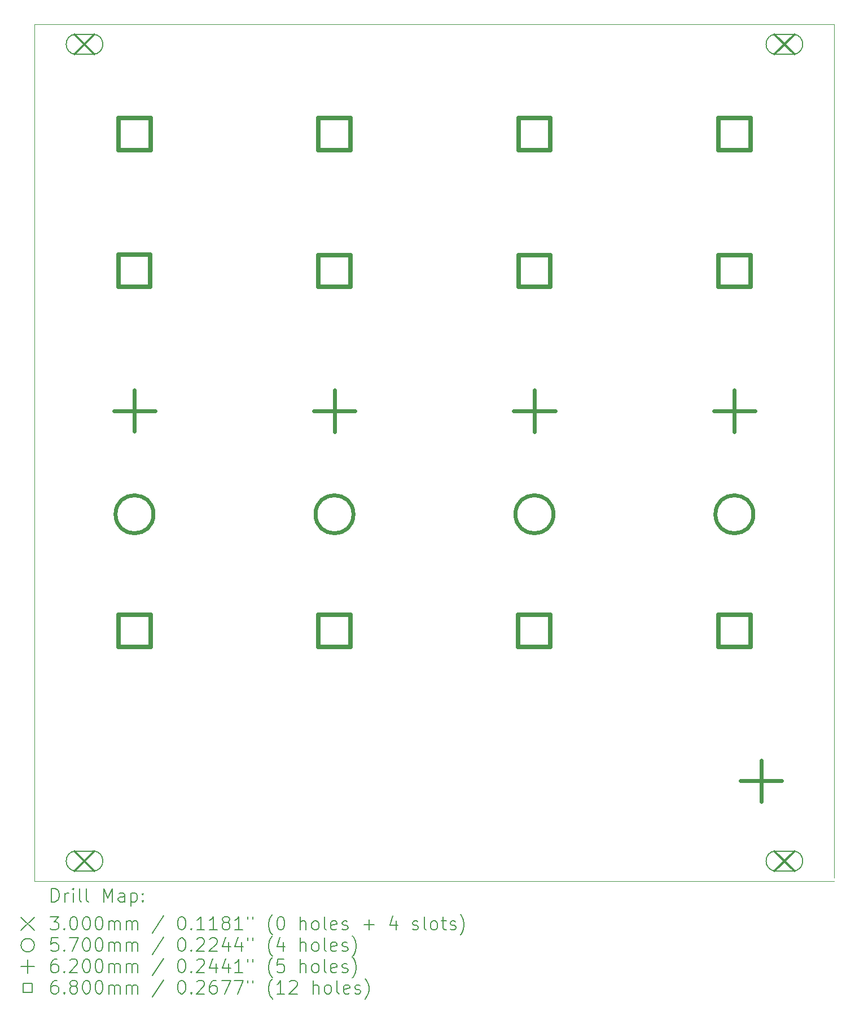
<source format=gbr>
%FSLAX45Y45*%
G04 Gerber Fmt 4.5, Leading zero omitted, Abs format (unit mm)*
G04 Created by KiCad (PCBNEW (6.0.6)) date 2022-11-24 12:55:10*
%MOMM*%
%LPD*%
G01*
G04 APERTURE LIST*
%TA.AperFunction,Profile*%
%ADD10C,0.050000*%
%TD*%
%ADD11C,0.200000*%
%ADD12C,0.300000*%
%ADD13C,0.570000*%
%ADD14C,0.620000*%
%ADD15C,0.680000*%
G04 APERTURE END LIST*
D10*
X3600000Y-3600000D02*
X3600000Y-16450000D01*
X3600000Y-3600000D02*
X15600000Y-3600000D01*
X15600000Y-3600000D02*
X15600000Y-16400000D01*
X15600000Y-16450000D02*
X3600000Y-16450000D01*
D11*
D12*
X4200000Y-3750000D02*
X4500000Y-4050000D01*
X4500000Y-3750000D02*
X4200000Y-4050000D01*
D11*
X4225000Y-4050000D02*
X4475000Y-4050000D01*
X4225000Y-3750000D02*
X4475000Y-3750000D01*
X4475000Y-4050000D02*
G75*
G03*
X4475000Y-3750000I0J150000D01*
G01*
X4225000Y-3750000D02*
G75*
G03*
X4225000Y-4050000I0J-150000D01*
G01*
D12*
X4200000Y-16000000D02*
X4500000Y-16300000D01*
X4500000Y-16000000D02*
X4200000Y-16300000D01*
D11*
X4225000Y-16300000D02*
X4475000Y-16300000D01*
X4225000Y-16000000D02*
X4475000Y-16000000D01*
X4475000Y-16300000D02*
G75*
G03*
X4475000Y-16000000I0J150000D01*
G01*
X4225000Y-16000000D02*
G75*
G03*
X4225000Y-16300000I0J-150000D01*
G01*
D12*
X14700000Y-3750000D02*
X15000000Y-4050000D01*
X15000000Y-3750000D02*
X14700000Y-4050000D01*
D11*
X14725000Y-4050000D02*
X14975000Y-4050000D01*
X14725000Y-3750000D02*
X14975000Y-3750000D01*
X14975000Y-4050000D02*
G75*
G03*
X14975000Y-3750000I0J150000D01*
G01*
X14725000Y-3750000D02*
G75*
G03*
X14725000Y-4050000I0J-150000D01*
G01*
D12*
X14700000Y-16000000D02*
X15000000Y-16300000D01*
X15000000Y-16000000D02*
X14700000Y-16300000D01*
D11*
X14725000Y-16300000D02*
X14975000Y-16300000D01*
X14725000Y-16000000D02*
X14975000Y-16000000D01*
X14975000Y-16300000D02*
G75*
G03*
X14975000Y-16000000I0J150000D01*
G01*
X14725000Y-16000000D02*
G75*
G03*
X14725000Y-16300000I0J-150000D01*
G01*
D13*
X5385000Y-10950000D02*
G75*
G03*
X5385000Y-10950000I-285000J0D01*
G01*
X8385000Y-10950000D02*
G75*
G03*
X8385000Y-10950000I-285000J0D01*
G01*
X11385000Y-10950000D02*
G75*
G03*
X11385000Y-10950000I-285000J0D01*
G01*
X14385000Y-10950000D02*
G75*
G03*
X14385000Y-10950000I-285000J0D01*
G01*
D14*
X5099159Y-9088890D02*
X5099159Y-9708890D01*
X4789159Y-9398890D02*
X5409159Y-9398890D01*
X8098923Y-9089293D02*
X8098923Y-9709293D01*
X7788923Y-9399293D02*
X8408923Y-9399293D01*
X11100000Y-9090000D02*
X11100000Y-9710000D01*
X10790000Y-9400000D02*
X11410000Y-9400000D01*
X14100000Y-9090000D02*
X14100000Y-9710000D01*
X13790000Y-9400000D02*
X14410000Y-9400000D01*
X14500000Y-14639764D02*
X14500000Y-15259764D01*
X14190000Y-14949764D02*
X14810000Y-14949764D01*
D15*
X5338264Y-7537659D02*
X5338264Y-7056822D01*
X4857427Y-7056822D01*
X4857427Y-7537659D01*
X5338264Y-7537659D01*
X5338871Y-5490250D02*
X5338871Y-5009412D01*
X4858034Y-5009412D01*
X4858034Y-5490250D01*
X5338871Y-5490250D01*
X5340419Y-12940419D02*
X5340419Y-12459581D01*
X4859581Y-12459581D01*
X4859581Y-12940419D01*
X5340419Y-12940419D01*
X8339882Y-7540318D02*
X8339882Y-7059480D01*
X7859045Y-7059480D01*
X7859045Y-7540318D01*
X8339882Y-7540318D01*
X8339925Y-12940049D02*
X8339925Y-12459211D01*
X7859088Y-12459211D01*
X7859088Y-12940049D01*
X8339925Y-12940049D01*
X8340351Y-5489510D02*
X8340351Y-5008673D01*
X7859514Y-5008673D01*
X7859514Y-5489510D01*
X8340351Y-5489510D01*
X11339443Y-12940082D02*
X11339443Y-12459245D01*
X10858606Y-12459245D01*
X10858606Y-12940082D01*
X11339443Y-12940082D01*
X11339679Y-5490284D02*
X11339679Y-5009447D01*
X10858842Y-5009447D01*
X10858842Y-5490284D01*
X11339679Y-5490284D01*
X11340216Y-7540049D02*
X11340216Y-7059211D01*
X10859379Y-7059211D01*
X10859379Y-7540049D01*
X11340216Y-7540049D01*
X14338936Y-12940318D02*
X14338936Y-12459480D01*
X13858099Y-12459480D01*
X13858099Y-12940318D01*
X14338936Y-12940318D01*
X14339072Y-5490217D02*
X14339072Y-5009380D01*
X13858235Y-5009380D01*
X13858235Y-5490217D01*
X14339072Y-5490217D01*
X14340295Y-7540172D02*
X14340295Y-7059335D01*
X13859458Y-7059335D01*
X13859458Y-7540172D01*
X14340295Y-7540172D01*
D11*
X3855119Y-16762976D02*
X3855119Y-16562976D01*
X3902738Y-16562976D01*
X3931309Y-16572500D01*
X3950357Y-16591548D01*
X3959881Y-16610595D01*
X3969405Y-16648690D01*
X3969405Y-16677262D01*
X3959881Y-16715357D01*
X3950357Y-16734405D01*
X3931309Y-16753452D01*
X3902738Y-16762976D01*
X3855119Y-16762976D01*
X4055119Y-16762976D02*
X4055119Y-16629643D01*
X4055119Y-16667738D02*
X4064643Y-16648690D01*
X4074167Y-16639167D01*
X4093214Y-16629643D01*
X4112262Y-16629643D01*
X4178928Y-16762976D02*
X4178928Y-16629643D01*
X4178928Y-16562976D02*
X4169405Y-16572500D01*
X4178928Y-16582024D01*
X4188452Y-16572500D01*
X4178928Y-16562976D01*
X4178928Y-16582024D01*
X4302738Y-16762976D02*
X4283690Y-16753452D01*
X4274167Y-16734405D01*
X4274167Y-16562976D01*
X4407500Y-16762976D02*
X4388452Y-16753452D01*
X4378929Y-16734405D01*
X4378929Y-16562976D01*
X4636071Y-16762976D02*
X4636071Y-16562976D01*
X4702738Y-16705833D01*
X4769405Y-16562976D01*
X4769405Y-16762976D01*
X4950357Y-16762976D02*
X4950357Y-16658214D01*
X4940833Y-16639167D01*
X4921786Y-16629643D01*
X4883690Y-16629643D01*
X4864643Y-16639167D01*
X4950357Y-16753452D02*
X4931310Y-16762976D01*
X4883690Y-16762976D01*
X4864643Y-16753452D01*
X4855119Y-16734405D01*
X4855119Y-16715357D01*
X4864643Y-16696309D01*
X4883690Y-16686786D01*
X4931310Y-16686786D01*
X4950357Y-16677262D01*
X5045595Y-16629643D02*
X5045595Y-16829643D01*
X5045595Y-16639167D02*
X5064643Y-16629643D01*
X5102738Y-16629643D01*
X5121786Y-16639167D01*
X5131310Y-16648690D01*
X5140833Y-16667738D01*
X5140833Y-16724881D01*
X5131310Y-16743928D01*
X5121786Y-16753452D01*
X5102738Y-16762976D01*
X5064643Y-16762976D01*
X5045595Y-16753452D01*
X5226548Y-16743928D02*
X5236071Y-16753452D01*
X5226548Y-16762976D01*
X5217024Y-16753452D01*
X5226548Y-16743928D01*
X5226548Y-16762976D01*
X5226548Y-16639167D02*
X5236071Y-16648690D01*
X5226548Y-16658214D01*
X5217024Y-16648690D01*
X5226548Y-16639167D01*
X5226548Y-16658214D01*
X3397500Y-16992500D02*
X3597500Y-17192500D01*
X3597500Y-16992500D02*
X3397500Y-17192500D01*
X3836071Y-16982976D02*
X3959881Y-16982976D01*
X3893214Y-17059167D01*
X3921786Y-17059167D01*
X3940833Y-17068690D01*
X3950357Y-17078214D01*
X3959881Y-17097262D01*
X3959881Y-17144881D01*
X3950357Y-17163929D01*
X3940833Y-17173452D01*
X3921786Y-17182976D01*
X3864643Y-17182976D01*
X3845595Y-17173452D01*
X3836071Y-17163929D01*
X4045595Y-17163929D02*
X4055119Y-17173452D01*
X4045595Y-17182976D01*
X4036071Y-17173452D01*
X4045595Y-17163929D01*
X4045595Y-17182976D01*
X4178928Y-16982976D02*
X4197976Y-16982976D01*
X4217024Y-16992500D01*
X4226548Y-17002024D01*
X4236071Y-17021071D01*
X4245595Y-17059167D01*
X4245595Y-17106786D01*
X4236071Y-17144881D01*
X4226548Y-17163929D01*
X4217024Y-17173452D01*
X4197976Y-17182976D01*
X4178928Y-17182976D01*
X4159881Y-17173452D01*
X4150357Y-17163929D01*
X4140833Y-17144881D01*
X4131309Y-17106786D01*
X4131309Y-17059167D01*
X4140833Y-17021071D01*
X4150357Y-17002024D01*
X4159881Y-16992500D01*
X4178928Y-16982976D01*
X4369405Y-16982976D02*
X4388452Y-16982976D01*
X4407500Y-16992500D01*
X4417024Y-17002024D01*
X4426548Y-17021071D01*
X4436071Y-17059167D01*
X4436071Y-17106786D01*
X4426548Y-17144881D01*
X4417024Y-17163929D01*
X4407500Y-17173452D01*
X4388452Y-17182976D01*
X4369405Y-17182976D01*
X4350357Y-17173452D01*
X4340833Y-17163929D01*
X4331310Y-17144881D01*
X4321786Y-17106786D01*
X4321786Y-17059167D01*
X4331310Y-17021071D01*
X4340833Y-17002024D01*
X4350357Y-16992500D01*
X4369405Y-16982976D01*
X4559881Y-16982976D02*
X4578929Y-16982976D01*
X4597976Y-16992500D01*
X4607500Y-17002024D01*
X4617024Y-17021071D01*
X4626548Y-17059167D01*
X4626548Y-17106786D01*
X4617024Y-17144881D01*
X4607500Y-17163929D01*
X4597976Y-17173452D01*
X4578929Y-17182976D01*
X4559881Y-17182976D01*
X4540833Y-17173452D01*
X4531310Y-17163929D01*
X4521786Y-17144881D01*
X4512262Y-17106786D01*
X4512262Y-17059167D01*
X4521786Y-17021071D01*
X4531310Y-17002024D01*
X4540833Y-16992500D01*
X4559881Y-16982976D01*
X4712262Y-17182976D02*
X4712262Y-17049643D01*
X4712262Y-17068690D02*
X4721786Y-17059167D01*
X4740833Y-17049643D01*
X4769405Y-17049643D01*
X4788452Y-17059167D01*
X4797976Y-17078214D01*
X4797976Y-17182976D01*
X4797976Y-17078214D02*
X4807500Y-17059167D01*
X4826548Y-17049643D01*
X4855119Y-17049643D01*
X4874167Y-17059167D01*
X4883690Y-17078214D01*
X4883690Y-17182976D01*
X4978929Y-17182976D02*
X4978929Y-17049643D01*
X4978929Y-17068690D02*
X4988452Y-17059167D01*
X5007500Y-17049643D01*
X5036071Y-17049643D01*
X5055119Y-17059167D01*
X5064643Y-17078214D01*
X5064643Y-17182976D01*
X5064643Y-17078214D02*
X5074167Y-17059167D01*
X5093214Y-17049643D01*
X5121786Y-17049643D01*
X5140833Y-17059167D01*
X5150357Y-17078214D01*
X5150357Y-17182976D01*
X5540833Y-16973452D02*
X5369405Y-17230595D01*
X5797976Y-16982976D02*
X5817024Y-16982976D01*
X5836071Y-16992500D01*
X5845595Y-17002024D01*
X5855119Y-17021071D01*
X5864643Y-17059167D01*
X5864643Y-17106786D01*
X5855119Y-17144881D01*
X5845595Y-17163929D01*
X5836071Y-17173452D01*
X5817024Y-17182976D01*
X5797976Y-17182976D01*
X5778928Y-17173452D01*
X5769405Y-17163929D01*
X5759881Y-17144881D01*
X5750357Y-17106786D01*
X5750357Y-17059167D01*
X5759881Y-17021071D01*
X5769405Y-17002024D01*
X5778928Y-16992500D01*
X5797976Y-16982976D01*
X5950357Y-17163929D02*
X5959881Y-17173452D01*
X5950357Y-17182976D01*
X5940833Y-17173452D01*
X5950357Y-17163929D01*
X5950357Y-17182976D01*
X6150357Y-17182976D02*
X6036071Y-17182976D01*
X6093214Y-17182976D02*
X6093214Y-16982976D01*
X6074167Y-17011548D01*
X6055119Y-17030595D01*
X6036071Y-17040119D01*
X6340833Y-17182976D02*
X6226548Y-17182976D01*
X6283690Y-17182976D02*
X6283690Y-16982976D01*
X6264643Y-17011548D01*
X6245595Y-17030595D01*
X6226548Y-17040119D01*
X6455119Y-17068690D02*
X6436071Y-17059167D01*
X6426548Y-17049643D01*
X6417024Y-17030595D01*
X6417024Y-17021071D01*
X6426548Y-17002024D01*
X6436071Y-16992500D01*
X6455119Y-16982976D01*
X6493214Y-16982976D01*
X6512262Y-16992500D01*
X6521786Y-17002024D01*
X6531309Y-17021071D01*
X6531309Y-17030595D01*
X6521786Y-17049643D01*
X6512262Y-17059167D01*
X6493214Y-17068690D01*
X6455119Y-17068690D01*
X6436071Y-17078214D01*
X6426548Y-17087738D01*
X6417024Y-17106786D01*
X6417024Y-17144881D01*
X6426548Y-17163929D01*
X6436071Y-17173452D01*
X6455119Y-17182976D01*
X6493214Y-17182976D01*
X6512262Y-17173452D01*
X6521786Y-17163929D01*
X6531309Y-17144881D01*
X6531309Y-17106786D01*
X6521786Y-17087738D01*
X6512262Y-17078214D01*
X6493214Y-17068690D01*
X6721786Y-17182976D02*
X6607500Y-17182976D01*
X6664643Y-17182976D02*
X6664643Y-16982976D01*
X6645595Y-17011548D01*
X6626548Y-17030595D01*
X6607500Y-17040119D01*
X6797976Y-16982976D02*
X6797976Y-17021071D01*
X6874167Y-16982976D02*
X6874167Y-17021071D01*
X7169405Y-17259167D02*
X7159881Y-17249643D01*
X7140833Y-17221071D01*
X7131309Y-17202024D01*
X7121786Y-17173452D01*
X7112262Y-17125833D01*
X7112262Y-17087738D01*
X7121786Y-17040119D01*
X7131309Y-17011548D01*
X7140833Y-16992500D01*
X7159881Y-16963929D01*
X7169405Y-16954405D01*
X7283690Y-16982976D02*
X7302738Y-16982976D01*
X7321786Y-16992500D01*
X7331309Y-17002024D01*
X7340833Y-17021071D01*
X7350357Y-17059167D01*
X7350357Y-17106786D01*
X7340833Y-17144881D01*
X7331309Y-17163929D01*
X7321786Y-17173452D01*
X7302738Y-17182976D01*
X7283690Y-17182976D01*
X7264643Y-17173452D01*
X7255119Y-17163929D01*
X7245595Y-17144881D01*
X7236071Y-17106786D01*
X7236071Y-17059167D01*
X7245595Y-17021071D01*
X7255119Y-17002024D01*
X7264643Y-16992500D01*
X7283690Y-16982976D01*
X7588452Y-17182976D02*
X7588452Y-16982976D01*
X7674167Y-17182976D02*
X7674167Y-17078214D01*
X7664643Y-17059167D01*
X7645595Y-17049643D01*
X7617024Y-17049643D01*
X7597976Y-17059167D01*
X7588452Y-17068690D01*
X7797976Y-17182976D02*
X7778928Y-17173452D01*
X7769405Y-17163929D01*
X7759881Y-17144881D01*
X7759881Y-17087738D01*
X7769405Y-17068690D01*
X7778928Y-17059167D01*
X7797976Y-17049643D01*
X7826548Y-17049643D01*
X7845595Y-17059167D01*
X7855119Y-17068690D01*
X7864643Y-17087738D01*
X7864643Y-17144881D01*
X7855119Y-17163929D01*
X7845595Y-17173452D01*
X7826548Y-17182976D01*
X7797976Y-17182976D01*
X7978928Y-17182976D02*
X7959881Y-17173452D01*
X7950357Y-17154405D01*
X7950357Y-16982976D01*
X8131309Y-17173452D02*
X8112262Y-17182976D01*
X8074167Y-17182976D01*
X8055119Y-17173452D01*
X8045595Y-17154405D01*
X8045595Y-17078214D01*
X8055119Y-17059167D01*
X8074167Y-17049643D01*
X8112262Y-17049643D01*
X8131309Y-17059167D01*
X8140833Y-17078214D01*
X8140833Y-17097262D01*
X8045595Y-17116310D01*
X8217024Y-17173452D02*
X8236071Y-17182976D01*
X8274167Y-17182976D01*
X8293214Y-17173452D01*
X8302738Y-17154405D01*
X8302738Y-17144881D01*
X8293214Y-17125833D01*
X8274167Y-17116310D01*
X8245595Y-17116310D01*
X8226548Y-17106786D01*
X8217024Y-17087738D01*
X8217024Y-17078214D01*
X8226548Y-17059167D01*
X8245595Y-17049643D01*
X8274167Y-17049643D01*
X8293214Y-17059167D01*
X8540833Y-17106786D02*
X8693214Y-17106786D01*
X8617024Y-17182976D02*
X8617024Y-17030595D01*
X9026548Y-17049643D02*
X9026548Y-17182976D01*
X8978929Y-16973452D02*
X8931310Y-17116310D01*
X9055119Y-17116310D01*
X9274167Y-17173452D02*
X9293214Y-17182976D01*
X9331310Y-17182976D01*
X9350357Y-17173452D01*
X9359881Y-17154405D01*
X9359881Y-17144881D01*
X9350357Y-17125833D01*
X9331310Y-17116310D01*
X9302738Y-17116310D01*
X9283690Y-17106786D01*
X9274167Y-17087738D01*
X9274167Y-17078214D01*
X9283690Y-17059167D01*
X9302738Y-17049643D01*
X9331310Y-17049643D01*
X9350357Y-17059167D01*
X9474167Y-17182976D02*
X9455119Y-17173452D01*
X9445595Y-17154405D01*
X9445595Y-16982976D01*
X9578929Y-17182976D02*
X9559881Y-17173452D01*
X9550357Y-17163929D01*
X9540833Y-17144881D01*
X9540833Y-17087738D01*
X9550357Y-17068690D01*
X9559881Y-17059167D01*
X9578929Y-17049643D01*
X9607500Y-17049643D01*
X9626548Y-17059167D01*
X9636071Y-17068690D01*
X9645595Y-17087738D01*
X9645595Y-17144881D01*
X9636071Y-17163929D01*
X9626548Y-17173452D01*
X9607500Y-17182976D01*
X9578929Y-17182976D01*
X9702738Y-17049643D02*
X9778929Y-17049643D01*
X9731310Y-16982976D02*
X9731310Y-17154405D01*
X9740833Y-17173452D01*
X9759881Y-17182976D01*
X9778929Y-17182976D01*
X9836071Y-17173452D02*
X9855119Y-17182976D01*
X9893214Y-17182976D01*
X9912262Y-17173452D01*
X9921786Y-17154405D01*
X9921786Y-17144881D01*
X9912262Y-17125833D01*
X9893214Y-17116310D01*
X9864643Y-17116310D01*
X9845595Y-17106786D01*
X9836071Y-17087738D01*
X9836071Y-17078214D01*
X9845595Y-17059167D01*
X9864643Y-17049643D01*
X9893214Y-17049643D01*
X9912262Y-17059167D01*
X9988452Y-17259167D02*
X9997976Y-17249643D01*
X10017024Y-17221071D01*
X10026548Y-17202024D01*
X10036071Y-17173452D01*
X10045595Y-17125833D01*
X10045595Y-17087738D01*
X10036071Y-17040119D01*
X10026548Y-17011548D01*
X10017024Y-16992500D01*
X9997976Y-16963929D01*
X9988452Y-16954405D01*
X3597500Y-17412500D02*
G75*
G03*
X3597500Y-17412500I-100000J0D01*
G01*
X3950357Y-17302976D02*
X3855119Y-17302976D01*
X3845595Y-17398214D01*
X3855119Y-17388690D01*
X3874167Y-17379167D01*
X3921786Y-17379167D01*
X3940833Y-17388690D01*
X3950357Y-17398214D01*
X3959881Y-17417262D01*
X3959881Y-17464881D01*
X3950357Y-17483929D01*
X3940833Y-17493452D01*
X3921786Y-17502976D01*
X3874167Y-17502976D01*
X3855119Y-17493452D01*
X3845595Y-17483929D01*
X4045595Y-17483929D02*
X4055119Y-17493452D01*
X4045595Y-17502976D01*
X4036071Y-17493452D01*
X4045595Y-17483929D01*
X4045595Y-17502976D01*
X4121786Y-17302976D02*
X4255119Y-17302976D01*
X4169405Y-17502976D01*
X4369405Y-17302976D02*
X4388452Y-17302976D01*
X4407500Y-17312500D01*
X4417024Y-17322024D01*
X4426548Y-17341071D01*
X4436071Y-17379167D01*
X4436071Y-17426786D01*
X4426548Y-17464881D01*
X4417024Y-17483929D01*
X4407500Y-17493452D01*
X4388452Y-17502976D01*
X4369405Y-17502976D01*
X4350357Y-17493452D01*
X4340833Y-17483929D01*
X4331310Y-17464881D01*
X4321786Y-17426786D01*
X4321786Y-17379167D01*
X4331310Y-17341071D01*
X4340833Y-17322024D01*
X4350357Y-17312500D01*
X4369405Y-17302976D01*
X4559881Y-17302976D02*
X4578929Y-17302976D01*
X4597976Y-17312500D01*
X4607500Y-17322024D01*
X4617024Y-17341071D01*
X4626548Y-17379167D01*
X4626548Y-17426786D01*
X4617024Y-17464881D01*
X4607500Y-17483929D01*
X4597976Y-17493452D01*
X4578929Y-17502976D01*
X4559881Y-17502976D01*
X4540833Y-17493452D01*
X4531310Y-17483929D01*
X4521786Y-17464881D01*
X4512262Y-17426786D01*
X4512262Y-17379167D01*
X4521786Y-17341071D01*
X4531310Y-17322024D01*
X4540833Y-17312500D01*
X4559881Y-17302976D01*
X4712262Y-17502976D02*
X4712262Y-17369643D01*
X4712262Y-17388690D02*
X4721786Y-17379167D01*
X4740833Y-17369643D01*
X4769405Y-17369643D01*
X4788452Y-17379167D01*
X4797976Y-17398214D01*
X4797976Y-17502976D01*
X4797976Y-17398214D02*
X4807500Y-17379167D01*
X4826548Y-17369643D01*
X4855119Y-17369643D01*
X4874167Y-17379167D01*
X4883690Y-17398214D01*
X4883690Y-17502976D01*
X4978929Y-17502976D02*
X4978929Y-17369643D01*
X4978929Y-17388690D02*
X4988452Y-17379167D01*
X5007500Y-17369643D01*
X5036071Y-17369643D01*
X5055119Y-17379167D01*
X5064643Y-17398214D01*
X5064643Y-17502976D01*
X5064643Y-17398214D02*
X5074167Y-17379167D01*
X5093214Y-17369643D01*
X5121786Y-17369643D01*
X5140833Y-17379167D01*
X5150357Y-17398214D01*
X5150357Y-17502976D01*
X5540833Y-17293452D02*
X5369405Y-17550595D01*
X5797976Y-17302976D02*
X5817024Y-17302976D01*
X5836071Y-17312500D01*
X5845595Y-17322024D01*
X5855119Y-17341071D01*
X5864643Y-17379167D01*
X5864643Y-17426786D01*
X5855119Y-17464881D01*
X5845595Y-17483929D01*
X5836071Y-17493452D01*
X5817024Y-17502976D01*
X5797976Y-17502976D01*
X5778928Y-17493452D01*
X5769405Y-17483929D01*
X5759881Y-17464881D01*
X5750357Y-17426786D01*
X5750357Y-17379167D01*
X5759881Y-17341071D01*
X5769405Y-17322024D01*
X5778928Y-17312500D01*
X5797976Y-17302976D01*
X5950357Y-17483929D02*
X5959881Y-17493452D01*
X5950357Y-17502976D01*
X5940833Y-17493452D01*
X5950357Y-17483929D01*
X5950357Y-17502976D01*
X6036071Y-17322024D02*
X6045595Y-17312500D01*
X6064643Y-17302976D01*
X6112262Y-17302976D01*
X6131309Y-17312500D01*
X6140833Y-17322024D01*
X6150357Y-17341071D01*
X6150357Y-17360119D01*
X6140833Y-17388690D01*
X6026548Y-17502976D01*
X6150357Y-17502976D01*
X6226548Y-17322024D02*
X6236071Y-17312500D01*
X6255119Y-17302976D01*
X6302738Y-17302976D01*
X6321786Y-17312500D01*
X6331309Y-17322024D01*
X6340833Y-17341071D01*
X6340833Y-17360119D01*
X6331309Y-17388690D01*
X6217024Y-17502976D01*
X6340833Y-17502976D01*
X6512262Y-17369643D02*
X6512262Y-17502976D01*
X6464643Y-17293452D02*
X6417024Y-17436310D01*
X6540833Y-17436310D01*
X6702738Y-17369643D02*
X6702738Y-17502976D01*
X6655119Y-17293452D02*
X6607500Y-17436310D01*
X6731309Y-17436310D01*
X6797976Y-17302976D02*
X6797976Y-17341071D01*
X6874167Y-17302976D02*
X6874167Y-17341071D01*
X7169405Y-17579167D02*
X7159881Y-17569643D01*
X7140833Y-17541071D01*
X7131309Y-17522024D01*
X7121786Y-17493452D01*
X7112262Y-17445833D01*
X7112262Y-17407738D01*
X7121786Y-17360119D01*
X7131309Y-17331548D01*
X7140833Y-17312500D01*
X7159881Y-17283929D01*
X7169405Y-17274405D01*
X7331309Y-17369643D02*
X7331309Y-17502976D01*
X7283690Y-17293452D02*
X7236071Y-17436310D01*
X7359881Y-17436310D01*
X7588452Y-17502976D02*
X7588452Y-17302976D01*
X7674167Y-17502976D02*
X7674167Y-17398214D01*
X7664643Y-17379167D01*
X7645595Y-17369643D01*
X7617024Y-17369643D01*
X7597976Y-17379167D01*
X7588452Y-17388690D01*
X7797976Y-17502976D02*
X7778928Y-17493452D01*
X7769405Y-17483929D01*
X7759881Y-17464881D01*
X7759881Y-17407738D01*
X7769405Y-17388690D01*
X7778928Y-17379167D01*
X7797976Y-17369643D01*
X7826548Y-17369643D01*
X7845595Y-17379167D01*
X7855119Y-17388690D01*
X7864643Y-17407738D01*
X7864643Y-17464881D01*
X7855119Y-17483929D01*
X7845595Y-17493452D01*
X7826548Y-17502976D01*
X7797976Y-17502976D01*
X7978928Y-17502976D02*
X7959881Y-17493452D01*
X7950357Y-17474405D01*
X7950357Y-17302976D01*
X8131309Y-17493452D02*
X8112262Y-17502976D01*
X8074167Y-17502976D01*
X8055119Y-17493452D01*
X8045595Y-17474405D01*
X8045595Y-17398214D01*
X8055119Y-17379167D01*
X8074167Y-17369643D01*
X8112262Y-17369643D01*
X8131309Y-17379167D01*
X8140833Y-17398214D01*
X8140833Y-17417262D01*
X8045595Y-17436310D01*
X8217024Y-17493452D02*
X8236071Y-17502976D01*
X8274167Y-17502976D01*
X8293214Y-17493452D01*
X8302738Y-17474405D01*
X8302738Y-17464881D01*
X8293214Y-17445833D01*
X8274167Y-17436310D01*
X8245595Y-17436310D01*
X8226548Y-17426786D01*
X8217024Y-17407738D01*
X8217024Y-17398214D01*
X8226548Y-17379167D01*
X8245595Y-17369643D01*
X8274167Y-17369643D01*
X8293214Y-17379167D01*
X8369405Y-17579167D02*
X8378928Y-17569643D01*
X8397976Y-17541071D01*
X8407500Y-17522024D01*
X8417024Y-17493452D01*
X8426548Y-17445833D01*
X8426548Y-17407738D01*
X8417024Y-17360119D01*
X8407500Y-17331548D01*
X8397976Y-17312500D01*
X8378928Y-17283929D01*
X8369405Y-17274405D01*
X3497500Y-17632500D02*
X3497500Y-17832500D01*
X3397500Y-17732500D02*
X3597500Y-17732500D01*
X3940833Y-17622976D02*
X3902738Y-17622976D01*
X3883690Y-17632500D01*
X3874167Y-17642024D01*
X3855119Y-17670595D01*
X3845595Y-17708690D01*
X3845595Y-17784881D01*
X3855119Y-17803929D01*
X3864643Y-17813452D01*
X3883690Y-17822976D01*
X3921786Y-17822976D01*
X3940833Y-17813452D01*
X3950357Y-17803929D01*
X3959881Y-17784881D01*
X3959881Y-17737262D01*
X3950357Y-17718214D01*
X3940833Y-17708690D01*
X3921786Y-17699167D01*
X3883690Y-17699167D01*
X3864643Y-17708690D01*
X3855119Y-17718214D01*
X3845595Y-17737262D01*
X4045595Y-17803929D02*
X4055119Y-17813452D01*
X4045595Y-17822976D01*
X4036071Y-17813452D01*
X4045595Y-17803929D01*
X4045595Y-17822976D01*
X4131309Y-17642024D02*
X4140833Y-17632500D01*
X4159881Y-17622976D01*
X4207500Y-17622976D01*
X4226548Y-17632500D01*
X4236071Y-17642024D01*
X4245595Y-17661071D01*
X4245595Y-17680119D01*
X4236071Y-17708690D01*
X4121786Y-17822976D01*
X4245595Y-17822976D01*
X4369405Y-17622976D02*
X4388452Y-17622976D01*
X4407500Y-17632500D01*
X4417024Y-17642024D01*
X4426548Y-17661071D01*
X4436071Y-17699167D01*
X4436071Y-17746786D01*
X4426548Y-17784881D01*
X4417024Y-17803929D01*
X4407500Y-17813452D01*
X4388452Y-17822976D01*
X4369405Y-17822976D01*
X4350357Y-17813452D01*
X4340833Y-17803929D01*
X4331310Y-17784881D01*
X4321786Y-17746786D01*
X4321786Y-17699167D01*
X4331310Y-17661071D01*
X4340833Y-17642024D01*
X4350357Y-17632500D01*
X4369405Y-17622976D01*
X4559881Y-17622976D02*
X4578929Y-17622976D01*
X4597976Y-17632500D01*
X4607500Y-17642024D01*
X4617024Y-17661071D01*
X4626548Y-17699167D01*
X4626548Y-17746786D01*
X4617024Y-17784881D01*
X4607500Y-17803929D01*
X4597976Y-17813452D01*
X4578929Y-17822976D01*
X4559881Y-17822976D01*
X4540833Y-17813452D01*
X4531310Y-17803929D01*
X4521786Y-17784881D01*
X4512262Y-17746786D01*
X4512262Y-17699167D01*
X4521786Y-17661071D01*
X4531310Y-17642024D01*
X4540833Y-17632500D01*
X4559881Y-17622976D01*
X4712262Y-17822976D02*
X4712262Y-17689643D01*
X4712262Y-17708690D02*
X4721786Y-17699167D01*
X4740833Y-17689643D01*
X4769405Y-17689643D01*
X4788452Y-17699167D01*
X4797976Y-17718214D01*
X4797976Y-17822976D01*
X4797976Y-17718214D02*
X4807500Y-17699167D01*
X4826548Y-17689643D01*
X4855119Y-17689643D01*
X4874167Y-17699167D01*
X4883690Y-17718214D01*
X4883690Y-17822976D01*
X4978929Y-17822976D02*
X4978929Y-17689643D01*
X4978929Y-17708690D02*
X4988452Y-17699167D01*
X5007500Y-17689643D01*
X5036071Y-17689643D01*
X5055119Y-17699167D01*
X5064643Y-17718214D01*
X5064643Y-17822976D01*
X5064643Y-17718214D02*
X5074167Y-17699167D01*
X5093214Y-17689643D01*
X5121786Y-17689643D01*
X5140833Y-17699167D01*
X5150357Y-17718214D01*
X5150357Y-17822976D01*
X5540833Y-17613452D02*
X5369405Y-17870595D01*
X5797976Y-17622976D02*
X5817024Y-17622976D01*
X5836071Y-17632500D01*
X5845595Y-17642024D01*
X5855119Y-17661071D01*
X5864643Y-17699167D01*
X5864643Y-17746786D01*
X5855119Y-17784881D01*
X5845595Y-17803929D01*
X5836071Y-17813452D01*
X5817024Y-17822976D01*
X5797976Y-17822976D01*
X5778928Y-17813452D01*
X5769405Y-17803929D01*
X5759881Y-17784881D01*
X5750357Y-17746786D01*
X5750357Y-17699167D01*
X5759881Y-17661071D01*
X5769405Y-17642024D01*
X5778928Y-17632500D01*
X5797976Y-17622976D01*
X5950357Y-17803929D02*
X5959881Y-17813452D01*
X5950357Y-17822976D01*
X5940833Y-17813452D01*
X5950357Y-17803929D01*
X5950357Y-17822976D01*
X6036071Y-17642024D02*
X6045595Y-17632500D01*
X6064643Y-17622976D01*
X6112262Y-17622976D01*
X6131309Y-17632500D01*
X6140833Y-17642024D01*
X6150357Y-17661071D01*
X6150357Y-17680119D01*
X6140833Y-17708690D01*
X6026548Y-17822976D01*
X6150357Y-17822976D01*
X6321786Y-17689643D02*
X6321786Y-17822976D01*
X6274167Y-17613452D02*
X6226548Y-17756310D01*
X6350357Y-17756310D01*
X6512262Y-17689643D02*
X6512262Y-17822976D01*
X6464643Y-17613452D02*
X6417024Y-17756310D01*
X6540833Y-17756310D01*
X6721786Y-17822976D02*
X6607500Y-17822976D01*
X6664643Y-17822976D02*
X6664643Y-17622976D01*
X6645595Y-17651548D01*
X6626548Y-17670595D01*
X6607500Y-17680119D01*
X6797976Y-17622976D02*
X6797976Y-17661071D01*
X6874167Y-17622976D02*
X6874167Y-17661071D01*
X7169405Y-17899167D02*
X7159881Y-17889643D01*
X7140833Y-17861071D01*
X7131309Y-17842024D01*
X7121786Y-17813452D01*
X7112262Y-17765833D01*
X7112262Y-17727738D01*
X7121786Y-17680119D01*
X7131309Y-17651548D01*
X7140833Y-17632500D01*
X7159881Y-17603929D01*
X7169405Y-17594405D01*
X7340833Y-17622976D02*
X7245595Y-17622976D01*
X7236071Y-17718214D01*
X7245595Y-17708690D01*
X7264643Y-17699167D01*
X7312262Y-17699167D01*
X7331309Y-17708690D01*
X7340833Y-17718214D01*
X7350357Y-17737262D01*
X7350357Y-17784881D01*
X7340833Y-17803929D01*
X7331309Y-17813452D01*
X7312262Y-17822976D01*
X7264643Y-17822976D01*
X7245595Y-17813452D01*
X7236071Y-17803929D01*
X7588452Y-17822976D02*
X7588452Y-17622976D01*
X7674167Y-17822976D02*
X7674167Y-17718214D01*
X7664643Y-17699167D01*
X7645595Y-17689643D01*
X7617024Y-17689643D01*
X7597976Y-17699167D01*
X7588452Y-17708690D01*
X7797976Y-17822976D02*
X7778928Y-17813452D01*
X7769405Y-17803929D01*
X7759881Y-17784881D01*
X7759881Y-17727738D01*
X7769405Y-17708690D01*
X7778928Y-17699167D01*
X7797976Y-17689643D01*
X7826548Y-17689643D01*
X7845595Y-17699167D01*
X7855119Y-17708690D01*
X7864643Y-17727738D01*
X7864643Y-17784881D01*
X7855119Y-17803929D01*
X7845595Y-17813452D01*
X7826548Y-17822976D01*
X7797976Y-17822976D01*
X7978928Y-17822976D02*
X7959881Y-17813452D01*
X7950357Y-17794405D01*
X7950357Y-17622976D01*
X8131309Y-17813452D02*
X8112262Y-17822976D01*
X8074167Y-17822976D01*
X8055119Y-17813452D01*
X8045595Y-17794405D01*
X8045595Y-17718214D01*
X8055119Y-17699167D01*
X8074167Y-17689643D01*
X8112262Y-17689643D01*
X8131309Y-17699167D01*
X8140833Y-17718214D01*
X8140833Y-17737262D01*
X8045595Y-17756310D01*
X8217024Y-17813452D02*
X8236071Y-17822976D01*
X8274167Y-17822976D01*
X8293214Y-17813452D01*
X8302738Y-17794405D01*
X8302738Y-17784881D01*
X8293214Y-17765833D01*
X8274167Y-17756310D01*
X8245595Y-17756310D01*
X8226548Y-17746786D01*
X8217024Y-17727738D01*
X8217024Y-17718214D01*
X8226548Y-17699167D01*
X8245595Y-17689643D01*
X8274167Y-17689643D01*
X8293214Y-17699167D01*
X8369405Y-17899167D02*
X8378928Y-17889643D01*
X8397976Y-17861071D01*
X8407500Y-17842024D01*
X8417024Y-17813452D01*
X8426548Y-17765833D01*
X8426548Y-17727738D01*
X8417024Y-17680119D01*
X8407500Y-17651548D01*
X8397976Y-17632500D01*
X8378928Y-17603929D01*
X8369405Y-17594405D01*
X3568211Y-18123211D02*
X3568211Y-17981789D01*
X3426789Y-17981789D01*
X3426789Y-18123211D01*
X3568211Y-18123211D01*
X3940833Y-17942976D02*
X3902738Y-17942976D01*
X3883690Y-17952500D01*
X3874167Y-17962024D01*
X3855119Y-17990595D01*
X3845595Y-18028690D01*
X3845595Y-18104881D01*
X3855119Y-18123929D01*
X3864643Y-18133452D01*
X3883690Y-18142976D01*
X3921786Y-18142976D01*
X3940833Y-18133452D01*
X3950357Y-18123929D01*
X3959881Y-18104881D01*
X3959881Y-18057262D01*
X3950357Y-18038214D01*
X3940833Y-18028690D01*
X3921786Y-18019167D01*
X3883690Y-18019167D01*
X3864643Y-18028690D01*
X3855119Y-18038214D01*
X3845595Y-18057262D01*
X4045595Y-18123929D02*
X4055119Y-18133452D01*
X4045595Y-18142976D01*
X4036071Y-18133452D01*
X4045595Y-18123929D01*
X4045595Y-18142976D01*
X4169405Y-18028690D02*
X4150357Y-18019167D01*
X4140833Y-18009643D01*
X4131309Y-17990595D01*
X4131309Y-17981071D01*
X4140833Y-17962024D01*
X4150357Y-17952500D01*
X4169405Y-17942976D01*
X4207500Y-17942976D01*
X4226548Y-17952500D01*
X4236071Y-17962024D01*
X4245595Y-17981071D01*
X4245595Y-17990595D01*
X4236071Y-18009643D01*
X4226548Y-18019167D01*
X4207500Y-18028690D01*
X4169405Y-18028690D01*
X4150357Y-18038214D01*
X4140833Y-18047738D01*
X4131309Y-18066786D01*
X4131309Y-18104881D01*
X4140833Y-18123929D01*
X4150357Y-18133452D01*
X4169405Y-18142976D01*
X4207500Y-18142976D01*
X4226548Y-18133452D01*
X4236071Y-18123929D01*
X4245595Y-18104881D01*
X4245595Y-18066786D01*
X4236071Y-18047738D01*
X4226548Y-18038214D01*
X4207500Y-18028690D01*
X4369405Y-17942976D02*
X4388452Y-17942976D01*
X4407500Y-17952500D01*
X4417024Y-17962024D01*
X4426548Y-17981071D01*
X4436071Y-18019167D01*
X4436071Y-18066786D01*
X4426548Y-18104881D01*
X4417024Y-18123929D01*
X4407500Y-18133452D01*
X4388452Y-18142976D01*
X4369405Y-18142976D01*
X4350357Y-18133452D01*
X4340833Y-18123929D01*
X4331310Y-18104881D01*
X4321786Y-18066786D01*
X4321786Y-18019167D01*
X4331310Y-17981071D01*
X4340833Y-17962024D01*
X4350357Y-17952500D01*
X4369405Y-17942976D01*
X4559881Y-17942976D02*
X4578929Y-17942976D01*
X4597976Y-17952500D01*
X4607500Y-17962024D01*
X4617024Y-17981071D01*
X4626548Y-18019167D01*
X4626548Y-18066786D01*
X4617024Y-18104881D01*
X4607500Y-18123929D01*
X4597976Y-18133452D01*
X4578929Y-18142976D01*
X4559881Y-18142976D01*
X4540833Y-18133452D01*
X4531310Y-18123929D01*
X4521786Y-18104881D01*
X4512262Y-18066786D01*
X4512262Y-18019167D01*
X4521786Y-17981071D01*
X4531310Y-17962024D01*
X4540833Y-17952500D01*
X4559881Y-17942976D01*
X4712262Y-18142976D02*
X4712262Y-18009643D01*
X4712262Y-18028690D02*
X4721786Y-18019167D01*
X4740833Y-18009643D01*
X4769405Y-18009643D01*
X4788452Y-18019167D01*
X4797976Y-18038214D01*
X4797976Y-18142976D01*
X4797976Y-18038214D02*
X4807500Y-18019167D01*
X4826548Y-18009643D01*
X4855119Y-18009643D01*
X4874167Y-18019167D01*
X4883690Y-18038214D01*
X4883690Y-18142976D01*
X4978929Y-18142976D02*
X4978929Y-18009643D01*
X4978929Y-18028690D02*
X4988452Y-18019167D01*
X5007500Y-18009643D01*
X5036071Y-18009643D01*
X5055119Y-18019167D01*
X5064643Y-18038214D01*
X5064643Y-18142976D01*
X5064643Y-18038214D02*
X5074167Y-18019167D01*
X5093214Y-18009643D01*
X5121786Y-18009643D01*
X5140833Y-18019167D01*
X5150357Y-18038214D01*
X5150357Y-18142976D01*
X5540833Y-17933452D02*
X5369405Y-18190595D01*
X5797976Y-17942976D02*
X5817024Y-17942976D01*
X5836071Y-17952500D01*
X5845595Y-17962024D01*
X5855119Y-17981071D01*
X5864643Y-18019167D01*
X5864643Y-18066786D01*
X5855119Y-18104881D01*
X5845595Y-18123929D01*
X5836071Y-18133452D01*
X5817024Y-18142976D01*
X5797976Y-18142976D01*
X5778928Y-18133452D01*
X5769405Y-18123929D01*
X5759881Y-18104881D01*
X5750357Y-18066786D01*
X5750357Y-18019167D01*
X5759881Y-17981071D01*
X5769405Y-17962024D01*
X5778928Y-17952500D01*
X5797976Y-17942976D01*
X5950357Y-18123929D02*
X5959881Y-18133452D01*
X5950357Y-18142976D01*
X5940833Y-18133452D01*
X5950357Y-18123929D01*
X5950357Y-18142976D01*
X6036071Y-17962024D02*
X6045595Y-17952500D01*
X6064643Y-17942976D01*
X6112262Y-17942976D01*
X6131309Y-17952500D01*
X6140833Y-17962024D01*
X6150357Y-17981071D01*
X6150357Y-18000119D01*
X6140833Y-18028690D01*
X6026548Y-18142976D01*
X6150357Y-18142976D01*
X6321786Y-17942976D02*
X6283690Y-17942976D01*
X6264643Y-17952500D01*
X6255119Y-17962024D01*
X6236071Y-17990595D01*
X6226548Y-18028690D01*
X6226548Y-18104881D01*
X6236071Y-18123929D01*
X6245595Y-18133452D01*
X6264643Y-18142976D01*
X6302738Y-18142976D01*
X6321786Y-18133452D01*
X6331309Y-18123929D01*
X6340833Y-18104881D01*
X6340833Y-18057262D01*
X6331309Y-18038214D01*
X6321786Y-18028690D01*
X6302738Y-18019167D01*
X6264643Y-18019167D01*
X6245595Y-18028690D01*
X6236071Y-18038214D01*
X6226548Y-18057262D01*
X6407500Y-17942976D02*
X6540833Y-17942976D01*
X6455119Y-18142976D01*
X6597976Y-17942976D02*
X6731309Y-17942976D01*
X6645595Y-18142976D01*
X6797976Y-17942976D02*
X6797976Y-17981071D01*
X6874167Y-17942976D02*
X6874167Y-17981071D01*
X7169405Y-18219167D02*
X7159881Y-18209643D01*
X7140833Y-18181071D01*
X7131309Y-18162024D01*
X7121786Y-18133452D01*
X7112262Y-18085833D01*
X7112262Y-18047738D01*
X7121786Y-18000119D01*
X7131309Y-17971548D01*
X7140833Y-17952500D01*
X7159881Y-17923929D01*
X7169405Y-17914405D01*
X7350357Y-18142976D02*
X7236071Y-18142976D01*
X7293214Y-18142976D02*
X7293214Y-17942976D01*
X7274167Y-17971548D01*
X7255119Y-17990595D01*
X7236071Y-18000119D01*
X7426548Y-17962024D02*
X7436071Y-17952500D01*
X7455119Y-17942976D01*
X7502738Y-17942976D01*
X7521786Y-17952500D01*
X7531309Y-17962024D01*
X7540833Y-17981071D01*
X7540833Y-18000119D01*
X7531309Y-18028690D01*
X7417024Y-18142976D01*
X7540833Y-18142976D01*
X7778928Y-18142976D02*
X7778928Y-17942976D01*
X7864643Y-18142976D02*
X7864643Y-18038214D01*
X7855119Y-18019167D01*
X7836071Y-18009643D01*
X7807500Y-18009643D01*
X7788452Y-18019167D01*
X7778928Y-18028690D01*
X7988452Y-18142976D02*
X7969405Y-18133452D01*
X7959881Y-18123929D01*
X7950357Y-18104881D01*
X7950357Y-18047738D01*
X7959881Y-18028690D01*
X7969405Y-18019167D01*
X7988452Y-18009643D01*
X8017024Y-18009643D01*
X8036071Y-18019167D01*
X8045595Y-18028690D01*
X8055119Y-18047738D01*
X8055119Y-18104881D01*
X8045595Y-18123929D01*
X8036071Y-18133452D01*
X8017024Y-18142976D01*
X7988452Y-18142976D01*
X8169405Y-18142976D02*
X8150357Y-18133452D01*
X8140833Y-18114405D01*
X8140833Y-17942976D01*
X8321786Y-18133452D02*
X8302738Y-18142976D01*
X8264643Y-18142976D01*
X8245595Y-18133452D01*
X8236071Y-18114405D01*
X8236071Y-18038214D01*
X8245595Y-18019167D01*
X8264643Y-18009643D01*
X8302738Y-18009643D01*
X8321786Y-18019167D01*
X8331309Y-18038214D01*
X8331309Y-18057262D01*
X8236071Y-18076310D01*
X8407500Y-18133452D02*
X8426548Y-18142976D01*
X8464643Y-18142976D01*
X8483690Y-18133452D01*
X8493214Y-18114405D01*
X8493214Y-18104881D01*
X8483690Y-18085833D01*
X8464643Y-18076310D01*
X8436071Y-18076310D01*
X8417024Y-18066786D01*
X8407500Y-18047738D01*
X8407500Y-18038214D01*
X8417024Y-18019167D01*
X8436071Y-18009643D01*
X8464643Y-18009643D01*
X8483690Y-18019167D01*
X8559881Y-18219167D02*
X8569405Y-18209643D01*
X8588452Y-18181071D01*
X8597976Y-18162024D01*
X8607500Y-18133452D01*
X8617024Y-18085833D01*
X8617024Y-18047738D01*
X8607500Y-18000119D01*
X8597976Y-17971548D01*
X8588452Y-17952500D01*
X8569405Y-17923929D01*
X8559881Y-17914405D01*
M02*

</source>
